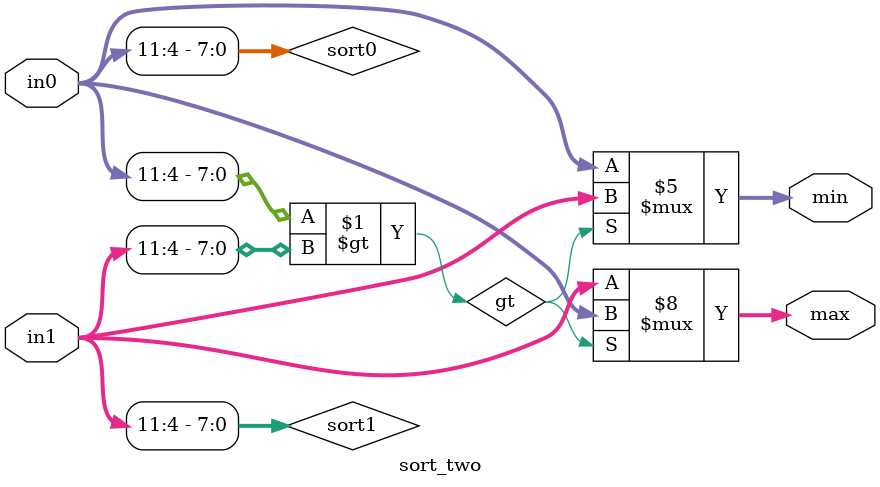
<source format=v>
`timescale 1ns / 1ps

// Module Declaration
module sort_two(
    input [11:0] in0,
    input [11:0] in1,
    output reg [11:0] max,
    output reg [11:0] min
    );

// Signal Declaration
wire [7:0] sort0 = in0[11:4];
wire [7:0] sort1 = in1[11:4];
wire gt;

// Logic
assign gt = sort0 > sort1;

always @(*)
begin
    if (gt == 1'b1) begin
        max = in0;
        min = in1;
    end
    else begin
        max = in1;
        min = in0;
    end
end

endmodule

</source>
